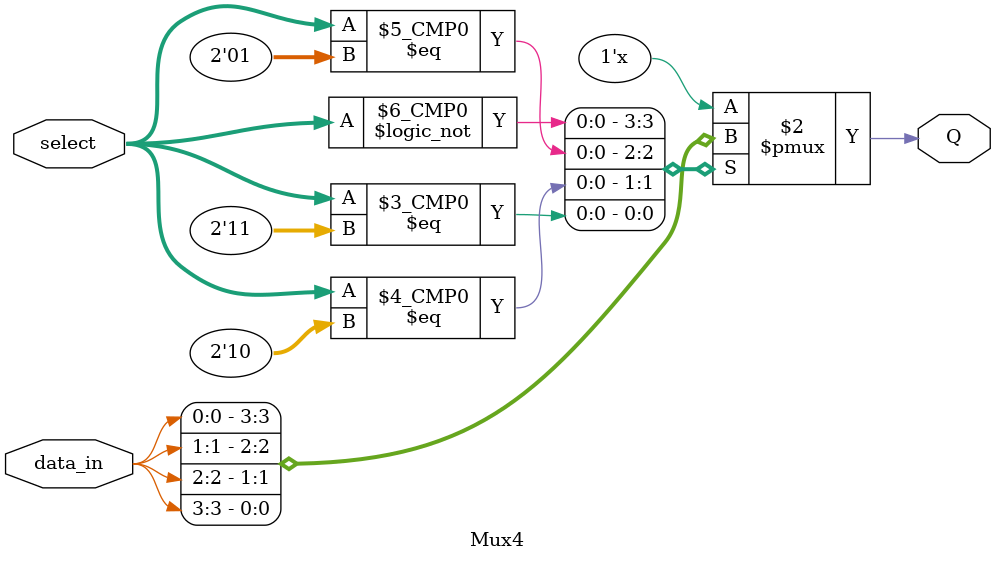
<source format=v>
`timescale 1ns / 1ps


module Mux4(
    input [3:0]data_in,
    input [1:0]select,
    output reg Q
    );
    always @* begin
    case(select) 
        2'b00 : Q <= data_in[0];
        2'b01 : Q <= data_in[1];
        2'b10 : Q <= data_in[2];
        2'b11 : Q <= data_in[3];
    endcase
    end
endmodule

</source>
